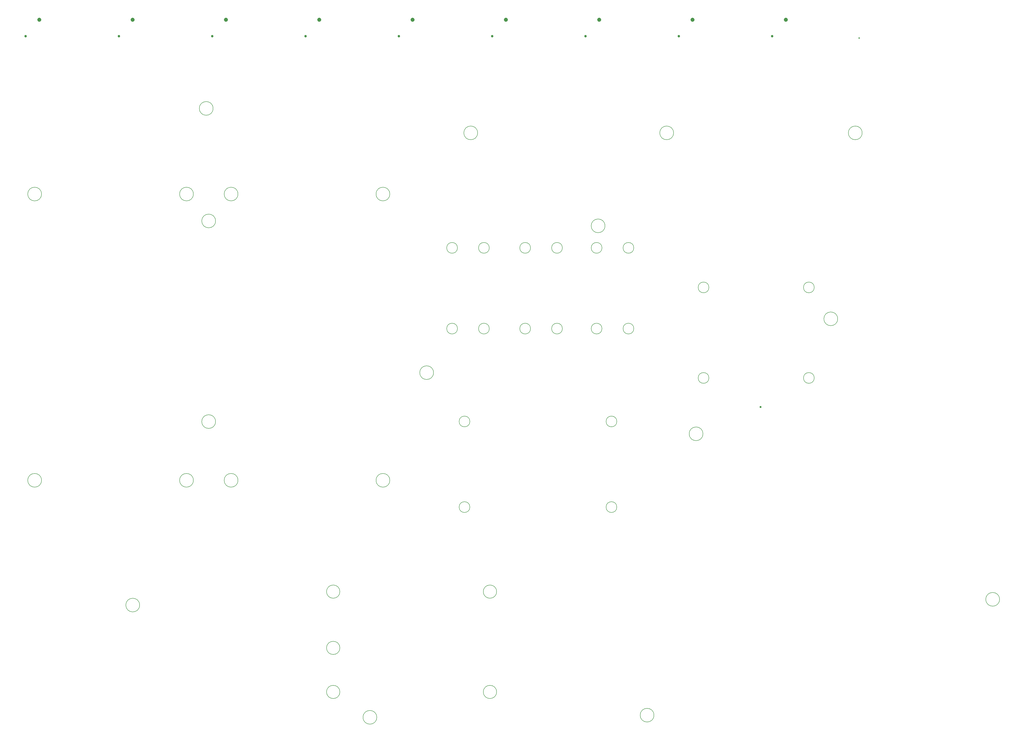
<source format=gbr>
%TF.GenerationSoftware,KiCad,Pcbnew,8.0.4*%
%TF.CreationDate,2025-04-25T16:11:04-06:00*%
%TF.ProjectId,motherboard_v1,6d6f7468-6572-4626-9f61-72645f76312e,rev?*%
%TF.SameCoordinates,Original*%
%TF.FileFunction,Other,Comment*%
%FSLAX46Y46*%
G04 Gerber Fmt 4.6, Leading zero omitted, Abs format (unit mm)*
G04 Created by KiCad (PCBNEW 8.0.4) date 2025-04-25 16:11:04*
%MOMM*%
%LPD*%
G01*
G04 APERTURE LIST*
%ADD10C,0.150000*%
%ADD11C,0.500000*%
%ADD12C,0.820000*%
%ADD13C,0.300000*%
%ADD14C,0.400000*%
G04 APERTURE END LIST*
D10*
%TO.C,H7*%
X267850000Y-288150000D02*
G75*
G02*
X262250000Y-288150000I-2800000J0D01*
G01*
X262250000Y-288150000D02*
G75*
G02*
X267850000Y-288150000I2800000J0D01*
G01*
D11*
%TO.C,J7*%
X240160000Y-10630000D02*
G75*
G02*
X239660000Y-10630000I-250000J0D01*
G01*
X239660000Y-10630000D02*
G75*
G02*
X240160000Y-10630000I250000J0D01*
G01*
D12*
X245910000Y-3900000D02*
G75*
G02*
X245090000Y-3900000I-410000J0D01*
G01*
X245090000Y-3900000D02*
G75*
G02*
X245910000Y-3900000I410000J0D01*
G01*
D11*
%TO.C,J3*%
X87760000Y-10630000D02*
G75*
G02*
X87260000Y-10630000I-250000J0D01*
G01*
X87260000Y-10630000D02*
G75*
G02*
X87760000Y-10630000I250000J0D01*
G01*
D12*
X93510000Y-3900000D02*
G75*
G02*
X92690000Y-3900000I-410000J0D01*
G01*
X92690000Y-3900000D02*
G75*
G02*
X93510000Y-3900000I410000J0D01*
G01*
D10*
%TO.C,H12*%
X275850000Y-50150000D02*
G75*
G02*
X270250000Y-50150000I-2800000J0D01*
G01*
X270250000Y-50150000D02*
G75*
G02*
X275850000Y-50150000I2800000J0D01*
G01*
D11*
%TO.C,J1*%
X11560000Y-10630000D02*
G75*
G02*
X11060000Y-10630000I-250000J0D01*
G01*
X11060000Y-10630000D02*
G75*
G02*
X11560000Y-10630000I250000J0D01*
G01*
D12*
X17310000Y-3900000D02*
G75*
G02*
X16490000Y-3900000I-410000J0D01*
G01*
X16490000Y-3900000D02*
G75*
G02*
X17310000Y-3900000I410000J0D01*
G01*
D10*
%TO.C,H8*%
X57850000Y-243150000D02*
G75*
G02*
X52250000Y-243150000I-2800000J0D01*
G01*
X52250000Y-243150000D02*
G75*
G02*
X57850000Y-243150000I2800000J0D01*
G01*
D13*
%TO.C,DC1*%
X351780000Y-11390000D02*
G75*
G02*
X351480000Y-11390000I-150000J0D01*
G01*
X351480000Y-11390000D02*
G75*
G02*
X351780000Y-11390000I150000J0D01*
G01*
D10*
%TO.C,H2*%
X352850000Y-50150000D02*
G75*
G02*
X347250000Y-50150000I-2800000J0D01*
G01*
X347250000Y-50150000D02*
G75*
G02*
X352850000Y-50150000I2800000J0D01*
G01*
D11*
%TO.C,J6*%
X202060000Y-10630000D02*
G75*
G02*
X201560000Y-10630000I-250000J0D01*
G01*
X201560000Y-10630000D02*
G75*
G02*
X202060000Y-10630000I250000J0D01*
G01*
D12*
X207810000Y-3900000D02*
G75*
G02*
X206990000Y-3900000I-410000J0D01*
G01*
X206990000Y-3900000D02*
G75*
G02*
X207810000Y-3900000I410000J0D01*
G01*
D10*
%TO.C,L1*%
X17800000Y-75150000D02*
G75*
G02*
X12200000Y-75150000I-2800000J0D01*
G01*
X12200000Y-75150000D02*
G75*
G02*
X17800000Y-75150000I2800000J0D01*
G01*
X17800000Y-192150000D02*
G75*
G02*
X12200000Y-192150000I-2800000J0D01*
G01*
X12200000Y-192150000D02*
G75*
G02*
X17800000Y-192150000I2800000J0D01*
G01*
X79800000Y-75150000D02*
G75*
G02*
X74200000Y-75150000I-2800000J0D01*
G01*
X74200000Y-75150000D02*
G75*
G02*
X79800000Y-75150000I2800000J0D01*
G01*
X79800000Y-192150000D02*
G75*
G02*
X74200000Y-192150000I-2800000J0D01*
G01*
X74200000Y-192150000D02*
G75*
G02*
X79800000Y-192150000I2800000J0D01*
G01*
D11*
%TO.C,J4*%
X125860000Y-10630000D02*
G75*
G02*
X125360000Y-10630000I-250000J0D01*
G01*
X125360000Y-10630000D02*
G75*
G02*
X125860000Y-10630000I250000J0D01*
G01*
D12*
X131610000Y-3900000D02*
G75*
G02*
X130790000Y-3900000I-410000J0D01*
G01*
X130790000Y-3900000D02*
G75*
G02*
X131610000Y-3900000I410000J0D01*
G01*
D14*
%TO.C,U1*%
X311570001Y-162180000D02*
G75*
G02*
X311170001Y-162180000I-200000J0D01*
G01*
X311170001Y-162180000D02*
G75*
G02*
X311570001Y-162180000I200000J0D01*
G01*
D10*
%TO.C,H9*%
X195850000Y-50150000D02*
G75*
G02*
X190250000Y-50150000I-2800000J0D01*
G01*
X190250000Y-50150000D02*
G75*
G02*
X195850000Y-50150000I2800000J0D01*
G01*
%TO.C,D3*%
X217466548Y-97141726D02*
G75*
G02*
X213066548Y-97141726I-2200000J0D01*
G01*
X213066548Y-97141726D02*
G75*
G02*
X217466548Y-97141726I2200000J0D01*
G01*
X217466548Y-130141726D02*
G75*
G02*
X213066548Y-130141726I-2200000J0D01*
G01*
X213066548Y-130141726D02*
G75*
G02*
X217466548Y-130141726I2200000J0D01*
G01*
X230466548Y-97141726D02*
G75*
G02*
X226066548Y-97141726I-2200000J0D01*
G01*
X226066548Y-97141726D02*
G75*
G02*
X230466548Y-97141726I2200000J0D01*
G01*
X230466548Y-130141726D02*
G75*
G02*
X226066548Y-130141726I-2200000J0D01*
G01*
X226066548Y-130141726D02*
G75*
G02*
X230466548Y-130141726I2200000J0D01*
G01*
%TO.C,D4*%
X187633274Y-97141726D02*
G75*
G02*
X183233274Y-97141726I-2200000J0D01*
G01*
X183233274Y-97141726D02*
G75*
G02*
X187633274Y-97141726I2200000J0D01*
G01*
X187633274Y-130141726D02*
G75*
G02*
X183233274Y-130141726I-2200000J0D01*
G01*
X183233274Y-130141726D02*
G75*
G02*
X187633274Y-130141726I2200000J0D01*
G01*
X200633274Y-97141726D02*
G75*
G02*
X196233274Y-97141726I-2200000J0D01*
G01*
X196233274Y-97141726D02*
G75*
G02*
X200633274Y-97141726I2200000J0D01*
G01*
X200633274Y-130141726D02*
G75*
G02*
X196233274Y-130141726I-2200000J0D01*
G01*
X196233274Y-130141726D02*
G75*
G02*
X200633274Y-130141726I2200000J0D01*
G01*
%TO.C,H1*%
X87850000Y-40150000D02*
G75*
G02*
X82250000Y-40150000I-2800000J0D01*
G01*
X82250000Y-40150000D02*
G75*
G02*
X87850000Y-40150000I2800000J0D01*
G01*
%TO.C,H13*%
X342850000Y-126150000D02*
G75*
G02*
X337250000Y-126150000I-2800000J0D01*
G01*
X337250000Y-126150000D02*
G75*
G02*
X342850000Y-126150000I2800000J0D01*
G01*
%TO.C,L2*%
X98000000Y-75150000D02*
G75*
G02*
X92400000Y-75150000I-2800000J0D01*
G01*
X92400000Y-75150000D02*
G75*
G02*
X98000000Y-75150000I2800000J0D01*
G01*
X98000000Y-192150000D02*
G75*
G02*
X92400000Y-192150000I-2800000J0D01*
G01*
X92400000Y-192150000D02*
G75*
G02*
X98000000Y-192150000I2800000J0D01*
G01*
X160000000Y-75150000D02*
G75*
G02*
X154400000Y-75150000I-2800000J0D01*
G01*
X154400000Y-75150000D02*
G75*
G02*
X160000000Y-75150000I2800000J0D01*
G01*
X160000000Y-192150000D02*
G75*
G02*
X154400000Y-192150000I-2800000J0D01*
G01*
X154400000Y-192150000D02*
G75*
G02*
X160000000Y-192150000I2800000J0D01*
G01*
D11*
%TO.C,J2*%
X49660000Y-10630000D02*
G75*
G02*
X49160000Y-10630000I-250000J0D01*
G01*
X49160000Y-10630000D02*
G75*
G02*
X49660000Y-10630000I250000J0D01*
G01*
D12*
X55410000Y-3900000D02*
G75*
G02*
X54590000Y-3900000I-410000J0D01*
G01*
X54590000Y-3900000D02*
G75*
G02*
X55410000Y-3900000I410000J0D01*
G01*
D10*
%TO.C,M1*%
X139600000Y-237650000D02*
G75*
G02*
X134200000Y-237650000I-2700000J0D01*
G01*
X134200000Y-237650000D02*
G75*
G02*
X139600000Y-237650000I2700000J0D01*
G01*
X139600000Y-260650000D02*
G75*
G02*
X134200000Y-260650000I-2700000J0D01*
G01*
X134200000Y-260650000D02*
G75*
G02*
X139600000Y-260650000I2700000J0D01*
G01*
X139600000Y-278650000D02*
G75*
G02*
X134200000Y-278650000I-2700000J0D01*
G01*
X134200000Y-278650000D02*
G75*
G02*
X139600000Y-278650000I2700000J0D01*
G01*
X203600000Y-237650000D02*
G75*
G02*
X198200000Y-237650000I-2700000J0D01*
G01*
X198200000Y-237650000D02*
G75*
G02*
X203600000Y-237650000I2700000J0D01*
G01*
X203600000Y-278650000D02*
G75*
G02*
X198200000Y-278650000I-2700000J0D01*
G01*
X198200000Y-278650000D02*
G75*
G02*
X203600000Y-278650000I2700000J0D01*
G01*
%TO.C,H5*%
X88850000Y-168150000D02*
G75*
G02*
X83250000Y-168150000I-2800000J0D01*
G01*
X83250000Y-168150000D02*
G75*
G02*
X88850000Y-168150000I2800000J0D01*
G01*
D11*
%TO.C,J9*%
X316360000Y-10630000D02*
G75*
G02*
X315860000Y-10630000I-250000J0D01*
G01*
X315860000Y-10630000D02*
G75*
G02*
X316360000Y-10630000I250000J0D01*
G01*
D12*
X322110000Y-3900000D02*
G75*
G02*
X321290000Y-3900000I-410000J0D01*
G01*
X321290000Y-3900000D02*
G75*
G02*
X322110000Y-3900000I410000J0D01*
G01*
D11*
%TO.C,J8*%
X278260000Y-10630000D02*
G75*
G02*
X277760000Y-10630000I-250000J0D01*
G01*
X277760000Y-10630000D02*
G75*
G02*
X278260000Y-10630000I250000J0D01*
G01*
D12*
X284010000Y-3900000D02*
G75*
G02*
X283190000Y-3900000I-410000J0D01*
G01*
X283190000Y-3900000D02*
G75*
G02*
X284010000Y-3900000I410000J0D01*
G01*
D10*
%TO.C,M2*%
X192700000Y-168100000D02*
G75*
G02*
X188300000Y-168100000I-2200000J0D01*
G01*
X188300000Y-168100000D02*
G75*
G02*
X192700000Y-168100000I2200000J0D01*
G01*
X192700000Y-203100000D02*
G75*
G02*
X188300000Y-203100000I-2200000J0D01*
G01*
X188300000Y-203100000D02*
G75*
G02*
X192700000Y-203100000I2200000J0D01*
G01*
X252700000Y-168100000D02*
G75*
G02*
X248300000Y-168100000I-2200000J0D01*
G01*
X248300000Y-168100000D02*
G75*
G02*
X252700000Y-168100000I2200000J0D01*
G01*
X252700000Y-203100000D02*
G75*
G02*
X248300000Y-203100000I-2200000J0D01*
G01*
X248300000Y-203100000D02*
G75*
G02*
X252700000Y-203100000I2200000J0D01*
G01*
%TO.C,H6*%
X88850000Y-86150000D02*
G75*
G02*
X83250000Y-86150000I-2800000J0D01*
G01*
X83250000Y-86150000D02*
G75*
G02*
X88850000Y-86150000I2800000J0D01*
G01*
%TO.C,H3*%
X247850000Y-88150000D02*
G75*
G02*
X242250000Y-88150000I-2800000J0D01*
G01*
X242250000Y-88150000D02*
G75*
G02*
X247850000Y-88150000I2800000J0D01*
G01*
%TO.C,H10*%
X408950000Y-240800000D02*
G75*
G02*
X403350000Y-240800000I-2800000J0D01*
G01*
X403350000Y-240800000D02*
G75*
G02*
X408950000Y-240800000I2800000J0D01*
G01*
%TO.C,H4*%
X177850000Y-148150000D02*
G75*
G02*
X172250000Y-148150000I-2800000J0D01*
G01*
X172250000Y-148150000D02*
G75*
G02*
X177850000Y-148150000I2800000J0D01*
G01*
%TO.C,H14*%
X154680000Y-289020000D02*
G75*
G02*
X149080000Y-289020000I-2800000J0D01*
G01*
X149080000Y-289020000D02*
G75*
G02*
X154680000Y-289020000I2800000J0D01*
G01*
%TO.C,H16*%
X290300000Y-113316726D02*
G75*
G02*
X285900000Y-113316726I-2200000J0D01*
G01*
X285900000Y-113316726D02*
G75*
G02*
X290300000Y-113316726I2200000J0D01*
G01*
X290300000Y-150316726D02*
G75*
G02*
X285900000Y-150316726I-2200000J0D01*
G01*
X285900000Y-150316726D02*
G75*
G02*
X290300000Y-150316726I2200000J0D01*
G01*
X333300000Y-113316726D02*
G75*
G02*
X328900000Y-113316726I-2200000J0D01*
G01*
X328900000Y-113316726D02*
G75*
G02*
X333300000Y-113316726I2200000J0D01*
G01*
X333300000Y-150316726D02*
G75*
G02*
X328900000Y-150316726I-2200000J0D01*
G01*
X328900000Y-150316726D02*
G75*
G02*
X333300000Y-150316726I2200000J0D01*
G01*
D11*
%TO.C,J5*%
X163960000Y-10630000D02*
G75*
G02*
X163460000Y-10630000I-250000J0D01*
G01*
X163460000Y-10630000D02*
G75*
G02*
X163960000Y-10630000I250000J0D01*
G01*
D12*
X169710000Y-3900000D02*
G75*
G02*
X168890000Y-3900000I-410000J0D01*
G01*
X168890000Y-3900000D02*
G75*
G02*
X169710000Y-3900000I410000J0D01*
G01*
D10*
%TO.C,D2*%
X246633274Y-97141726D02*
G75*
G02*
X242233274Y-97141726I-2200000J0D01*
G01*
X242233274Y-97141726D02*
G75*
G02*
X246633274Y-97141726I2200000J0D01*
G01*
X246633274Y-130141726D02*
G75*
G02*
X242233274Y-130141726I-2200000J0D01*
G01*
X242233274Y-130141726D02*
G75*
G02*
X246633274Y-130141726I2200000J0D01*
G01*
X259633274Y-97141726D02*
G75*
G02*
X255233274Y-97141726I-2200000J0D01*
G01*
X255233274Y-97141726D02*
G75*
G02*
X259633274Y-97141726I2200000J0D01*
G01*
X259633274Y-130141726D02*
G75*
G02*
X255233274Y-130141726I-2200000J0D01*
G01*
X255233274Y-130141726D02*
G75*
G02*
X259633274Y-130141726I2200000J0D01*
G01*
%TO.C,H11*%
X287850000Y-173150000D02*
G75*
G02*
X282250000Y-173150000I-2800000J0D01*
G01*
X282250000Y-173150000D02*
G75*
G02*
X287850000Y-173150000I2800000J0D01*
G01*
%TD*%
M02*

</source>
